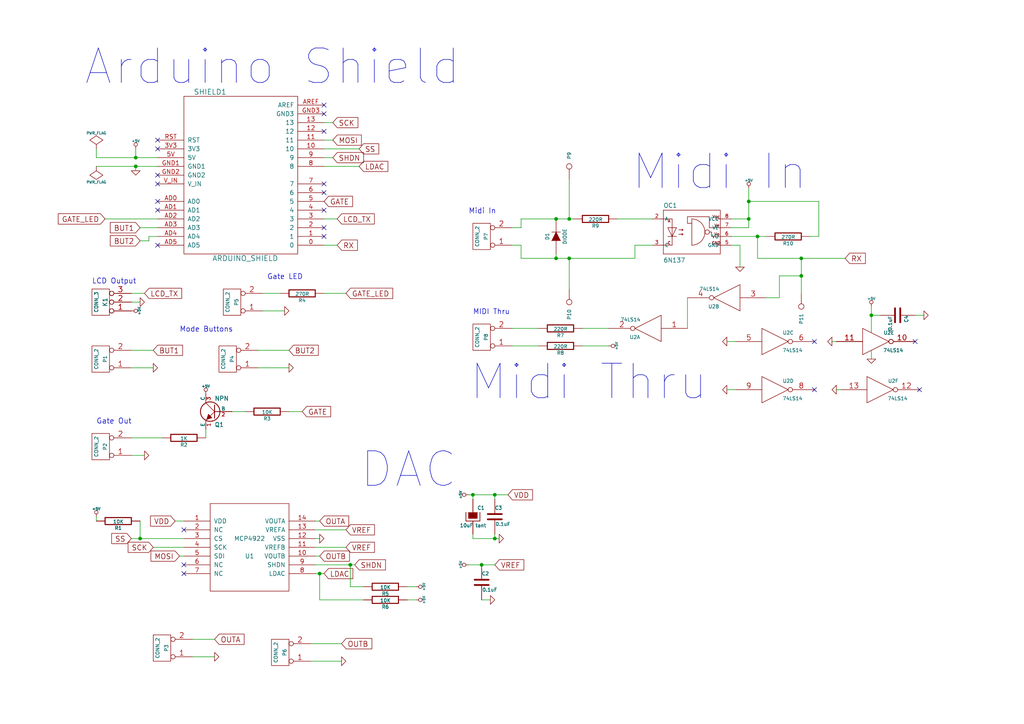
<source format=kicad_sch>
(kicad_sch (version 20230121) (generator eeschema)
  (paper "A4")
  (title_block (title "MidiToCV Arduino Shield") (date "12/5/2015") (rev "1.0") (comment 1 "Quentin McDonald"))
  (lib_symbols
    (symbol "MidiToCVShield-rescue:+5V" (power) (pin_names (offset 1.016))
      (property "Value" "+5V" (at 0 2.286 0))
      (symbol "+5V_0_0"
        (pin power_in line (at 0 0 90) (length 0) hide (name "+5V") (number "1"))
      )
      (symbol "+5V_0_1"
        (polyline (pts (xy 0 0) (xy 0 0.762) (xy 0 0.762) (xy 0 0.762)))
        (circle (center 0 1.27) (radius 0.508))
      )
    )
    (symbol "MidiToCVShield-rescue:6N137" (pin_names (offset 1.016))
      (property "Reference" "OC" (at -9.525 8.255 0))
      (property "Value" "6N137" (at -9.525 -7.62 0))
      (symbol "6N137_1_0"
        (polyline (pts (xy -10.16 -2.54) (xy -6.985 -2.54)))
        (polyline (pts (xy -10.16 5.08) (xy -6.985 5.08)))
        (polyline (pts (xy -9.525 7.62) (xy -9.525 -5.08)))
        (polyline (pts (xy -6.985 -2.54) (xy -6.985 0)))
        (polyline (pts (xy -6.985 0) (xy -8.255 0)))
        (polyline (pts (xy -6.985 0) (xy -8.255 2.54)))
        (polyline (pts (xy -6.985 2.54) (xy -8.255 2.54)))
        (polyline (pts (xy -6.985 2.54) (xy -6.985 0)))
        (polyline (pts (xy -6.985 2.54) (xy -6.985 5.08)))
        (polyline (pts (xy -5.715 0) (xy -6.985 0)))
        (polyline (pts (xy -5.715 2.54) (xy -6.985 0)))
        (polyline (pts (xy -5.715 2.54) (xy -6.985 2.54)))
        (polyline (pts (xy -5.08 0.635) (xy -3.81 0.635)))
        (polyline (pts (xy -5.08 1.905) (xy -3.81 1.905)))
        (polyline (pts (xy -3.81 0.635) (xy -4.191 0.381)))
        (polyline (pts (xy -3.81 0.635) (xy -4.191 0.889)))
        (polyline (pts (xy -3.81 1.905) (xy -4.191 1.651)))
        (polyline (pts (xy -3.81 1.905) (xy -4.191 2.159)))
        (polyline (pts (xy -2.54 3.81) (xy -2.54 5.715)))
        (polyline (pts (xy -2.54 5.715) (xy 3.81 5.715)))
        (polyline (pts (xy -1.27 3.81) (xy -2.54 3.81)))
        (polyline (pts (xy -1.27 3.81) (xy -1.27 -2.54)))
        (polyline (pts (xy -1.27 5.08) (xy -1.27 3.81)))
        (polyline (pts (xy 3.81 1.27) (xy 4.445 1.27)))
        (polyline (pts (xy 3.81 2.54) (xy 7.62 2.54)))
        (polyline (pts (xy 3.81 5.715) (xy 3.81 2.54)))
        (polyline (pts (xy 4.445 0) (xy 5.08 0)))
        (polyline (pts (xy 4.445 1.27) (xy 4.445 0)))
        (polyline (pts (xy 5.207 0) (xy 7.62 0)))
        (polyline (pts (xy 5.842 -2.54) (xy 7.62 -2.54)))
        (polyline (pts (xy 5.842 5.08) (xy 7.62 5.08)))
        (polyline (pts (xy 6.985 -5.08) (xy -9.525 -5.08)))
        (polyline (pts (xy 6.985 7.62) (xy -9.525 7.62)))
        (polyline (pts (xy 6.985 7.62) (xy 6.985 -5.08)))
        (text "A" (at -7.8486 4.4704 0) (effects (font (size 0.8128 0.8128))))
        (text "C" (at -7.8486 -1.8796 0) (effects (font (size 0.8128 0.8128))))
        (text "GND" (at 5.7912 -1.8796 0) (effects (font (size 0.8128 0.8128))))
        (text "Vcc" (at 5.7912 5.7404 0) (effects (font (size 0.8128 0.8128))))
        (text "Ve" (at 6.0198 3.2004 0) (effects (font (size 0.8128 0.8128))))
        (text "Vo" (at 6.0198 0.6604 0) (effects (font (size 0.8128 0.8128))))
      )
      (symbol "6N137_1_1"
        (arc (start -1.27 -2.54) (mid 2.5147 1.27) (end -1.27 5.08))
        (circle (center 3.175 1.27) (radius 0.635))
        (pin passive line (at -12.7 5.08 0) (length 2.54) (name "A") (number "2"))
        (pin passive line (at -12.7 -2.54 0) (length 2.54) (name "C") (number "3"))
        (pin passive line (at 10.16 -2.54 180) (length 2.54) (name "GND") (number "5"))
        (pin passive line (at 10.16 0 180) (length 2.54) (name "VO") (number "6"))
        (pin passive line (at 10.16 2.54 180) (length 2.54) (name "VE") (number "7"))
        (pin passive line (at 10.16 5.08 180) (length 2.54) (name "VCC") (number "8"))
      )
    )
    (symbol "MidiToCVShield-rescue:74LS14" (pin_names (offset 0.762))
      (property "Reference" "U" (at 3.81 2.54 0))
      (property "Value" "74LS14" (at 5.08 -2.54 0))
      (symbol "74LS14_0_0"
        (polyline (pts (xy -3.81 3.81) (xy -3.81 -3.81) (xy 3.81 0) (xy -3.81 3.81)))
        (pin power_in line (at -1.27 2.54 270) (length 0) hide (name "VCC") (number "14"))
        (pin power_in line (at -1.27 -2.54 90) (length 0) hide (name "GND") (number "7"))
      )
      (symbol "74LS14_1_1"
        (pin input line (at -11.43 0 0) (length 7.62) (name "~") (number "1"))
        (pin output inverted (at 11.43 0 180) (length 7.62) (name "~") (number "2"))
      )
      (symbol "74LS14_1_2"
        (pin input inverted (at -11.43 0 0) (length 7.62) (name "~") (number "1"))
        (pin output line (at 11.43 0 180) (length 7.62) (name "~") (number "2"))
      )
      (symbol "74LS14_2_1"
        (pin input line (at -11.43 0 0) (length 7.62) (name "~") (number "3"))
        (pin output inverted (at 11.43 0 180) (length 7.62) (name "~") (number "4"))
      )
      (symbol "74LS14_2_2"
        (pin input inverted (at -11.43 0 0) (length 7.62) (name "~") (number "3"))
        (pin output line (at 11.43 0 180) (length 7.62) (name "~") (number "4"))
      )
      (symbol "74LS14_3_1"
        (pin input line (at -11.43 0 0) (length 7.62) (name "~") (number "5"))
        (pin output inverted (at 11.43 0 180) (length 7.62) (name "~") (number "6"))
      )
      (symbol "74LS14_3_2"
        (pin input inverted (at -11.43 0 0) (length 7.62) (name "~") (number "5"))
        (pin output line (at 11.43 0 180) (length 7.62) (name "~") (number "6"))
      )
      (symbol "74LS14_4_1"
        (pin output inverted (at 11.43 0 180) (length 7.62) (name "~") (number "8"))
        (pin input line (at -11.43 0 0) (length 7.62) (name "~") (number "9"))
      )
      (symbol "74LS14_4_2"
        (pin output line (at 11.43 0 180) (length 7.62) (name "~") (number "8"))
        (pin input inverted (at -11.43 0 0) (length 7.62) (name "~") (number "9"))
      )
      (symbol "74LS14_5_1"
        (pin output inverted (at 11.43 0 180) (length 7.62) (name "~") (number "10"))
        (pin input line (at -11.43 0 0) (length 7.62) (name "~") (number "11"))
      )
      (symbol "74LS14_5_2"
        (pin output line (at 11.43 0 180) (length 7.62) (name "~") (number "10"))
        (pin input inverted (at -11.43 0 0) (length 7.62) (name "~") (number "11"))
      )
      (symbol "74LS14_6_1"
        (pin output inverted (at 11.43 0 180) (length 7.62) (name "~") (number "12"))
        (pin input line (at -11.43 0 0) (length 7.62) (name "~") (number "13"))
      )
      (symbol "74LS14_6_2"
        (pin output line (at 11.43 0 180) (length 7.62) (name "~") (number "12"))
        (pin input inverted (at -11.43 0 0) (length 7.62) (name "~") (number "13"))
      )
    )
    (symbol "MidiToCVShield-rescue:ARDUINO_SHIELD" (pin_names (offset 1.016))
      (property "Reference" "SHIELD" (at -8.89 24.13 0))
      (property "Value" "ARDUINO_SHIELD" (at 1.27 -24.13 0))
      (symbol "ARDUINO_SHIELD_0_1"
        (rectangle (start -16.51 -22.86) (end 16.51 22.86))
      )
      (symbol "ARDUINO_SHIELD_1_1"
        (pin bidirectional line (at 24.13 -20.32 180) (length 7.62) (name "0") (number "0"))
        (pin bidirectional line (at 24.13 -17.78 180) (length 7.62) (name "1") (number "1"))
        (pin bidirectional line (at 24.13 7.62 180) (length 7.62) (name "10") (number "10"))
        (pin bidirectional line (at 24.13 10.16 180) (length 7.62) (name "11") (number "11"))
        (pin bidirectional line (at 24.13 12.7 180) (length 7.62) (name "12") (number "12"))
        (pin bidirectional line (at 24.13 15.24 180) (length 7.62) (name "13") (number "13"))
        (pin bidirectional line (at 24.13 -15.24 180) (length 7.62) (name "2") (number "2"))
        (pin bidirectional line (at 24.13 -12.7 180) (length 7.62) (name "3") (number "3"))
        (pin power_in line (at -24.13 7.62 0) (length 7.62) (name "3V3") (number "3V3"))
        (pin bidirectional line (at 24.13 -10.16 180) (length 7.62) (name "4") (number "4"))
        (pin bidirectional line (at 24.13 -7.62 180) (length 7.62) (name "5") (number "5"))
        (pin power_in line (at -24.13 5.08 0) (length 7.62) (name "5V") (number "5V"))
        (pin bidirectional line (at 24.13 -5.08 180) (length 7.62) (name "6") (number "6"))
        (pin bidirectional line (at 24.13 -2.54 180) (length 7.62) (name "7") (number "7"))
        (pin bidirectional line (at 24.13 2.54 180) (length 7.62) (name "8") (number "8"))
        (pin bidirectional line (at 24.13 5.08 180) (length 7.62) (name "9") (number "9"))
        (pin bidirectional line (at -24.13 -7.62 0) (length 7.62) (name "AD0") (number "AD0"))
        (pin bidirectional line (at -24.13 -10.16 0) (length 7.62) (name "AD1") (number "AD1"))
        (pin bidirectional line (at -24.13 -12.7 0) (length 7.62) (name "AD2") (number "AD2"))
        (pin bidirectional line (at -24.13 -15.24 0) (length 7.62) (name "AD3") (number "AD3"))
        (pin bidirectional line (at -24.13 -17.78 0) (length 7.62) (name "AD4") (number "AD4"))
        (pin bidirectional line (at -24.13 -20.32 0) (length 7.62) (name "AD5") (number "AD5"))
        (pin power_in line (at 24.13 20.32 180) (length 7.62) (name "AREF") (number "AREF"))
        (pin power_in line (at -24.13 2.54 0) (length 7.62) (name "GND1") (number "GND1"))
        (pin power_in line (at -24.13 0 0) (length 7.62) (name "GND2") (number "GND2"))
        (pin power_in line (at 24.13 17.78 180) (length 7.62) (name "GND3") (number "GND3"))
        (pin input line (at -24.13 10.16 0) (length 7.62) (name "RST") (number "RST"))
        (pin power_in line (at -24.13 -2.54 0) (length 7.62) (name "V_IN") (number "V_IN"))
      )
    )
    (symbol "MidiToCVShield-rescue:C" (pin_numbers hide) (pin_names (offset 0.254))
      (property "Reference" "C" (at 0 2.54 0))
      (property "Value" "C" (at 0.1524 -2.159 0))
      (symbol "C_0_1"
        (polyline (pts (xy -2.032 -0.762) (xy 2.032 -0.762)) (stroke (width 0.508)))
        (polyline (pts (xy -2.032 0.762) (xy 2.032 0.762)) (stroke (width 0.508)))
      )
      (symbol "C_1_1"
        (pin passive line (at 0 5.08 270) (length 4.318) (name "~") (number "1"))
        (pin passive line (at 0 -5.08 90) (length 4.318) (name "~") (number "2"))
      )
    )
    (symbol "MidiToCVShield-rescue:CONN_1" (pin_numbers hide) (pin_names (offset 0.762) hide)
      (property "Reference" "P" (at 2.032 0 0))
      (symbol "CONN_1_0_1"
        (polyline (pts (xy -0.762 0) (xy -1.27 0)))
        (circle (center 0 0) (radius 0.7874))
      )
      (symbol "CONN_1_1_1"
        (pin passive line (at -3.81 0 0) (length 2.54) (name "1") (number "1"))
      )
    )
    (symbol "MidiToCVShield-rescue:CONN_2" (pin_names (offset 1.016) hide)
      (property "Reference" "P" (at -1.27 0 90))
      (property "Value" "CONN_2" (at 1.27 0 90))
      (symbol "CONN_2_0_1"
        (rectangle (start -2.54 3.81) (end 2.54 -3.81))
      )
      (symbol "CONN_2_1_1"
        (pin power_out inverted (at -8.89 2.54 0) (length 6.35) (name "VCC") (number "1"))
        (pin power_out inverted (at -8.89 -2.54 0) (length 6.35) (name "GND") (number "2"))
      )
    )
    (symbol "MidiToCVShield-rescue:CONN_3" (pin_names (offset 1.016) hide)
      (property "Reference" "K" (at -1.27 0 90))
      (property "Value" "CONN_3" (at 1.27 0 90))
      (symbol "CONN_3_0_1"
        (rectangle (start -2.54 3.81) (end 2.54 -3.81))
      )
      (symbol "CONN_3_1_1"
        (pin passive inverted (at -8.89 2.54 0) (length 6.35) (name "P1") (number "1"))
        (pin passive inverted (at -8.89 0 0) (length 6.35) (name "PM") (number "2"))
        (pin passive inverted (at -8.89 -2.54 0) (length 6.35) (name "P3") (number "3"))
      )
    )
    (symbol "MidiToCVShield-rescue:CP" (pin_numbers hide) (pin_names (offset 0.254) hide)
      (property "Reference" "C" (at 1.27 2.54 0))
      (property "Value" "CP" (at 1.27 -2.54 0))
      (symbol "CP_0_1"
        (polyline (pts (xy -2.032 1.27) (xy -2.032 -1.27) (xy 2.032 -1.27) (xy 2.032 1.27)) (stroke (width 0.2032)))
        (polyline (pts (xy -1.27 1.27) (xy -1.27 -0.508) (xy 1.27 -0.508) (xy 1.27 1.27)) (fill (type outline)))
      )
      (symbol "CP_1_1"
        (pin passive line (at 0 5.08 270) (length 3.81) (name "~") (number "1"))
        (pin passive line (at 0 -5.08 90) (length 3.81) (name "~") (number "2"))
      )
    )
    (symbol "MidiToCVShield-rescue:DIODE" (pin_numbers hide) (pin_names (offset 1.016) hide)
      (property "Reference" "D" (at 0 2.54 0))
      (property "Value" "DIODE" (at 0 -2.54 0))
      (symbol "DIODE_0_1"
        (polyline (pts (xy 1.27 1.27) (xy 1.27 -1.27)) (stroke (width 0.1524)))
        (polyline (pts (xy -1.27 1.27) (xy 1.27 0) (xy -1.27 -1.27)) (fill (type outline)))
      )
      (symbol "DIODE_1_1"
        (pin passive line (at -5.08 0 0) (length 3.81) (name "A") (number "1"))
        (pin passive line (at 5.08 0 180) (length 3.81) (name "K") (number "2"))
      )
    )
    (symbol "MidiToCVShield-rescue:GND" (power) (pin_names (offset 0))
      (symbol "GND_0_1"
        (polyline (pts (xy -1.27 0) (xy 0 -1.27) (xy 1.27 0) (xy -1.27 0)))
      )
      (symbol "GND_1_1"
        (pin power_in line (at 0 0 90) (length 0) hide (name "GND") (number "1"))
      )
    )
    (symbol "MidiToCVShield-rescue:MCP4922" (pin_names (offset 1.016))
      (property "Reference" "U" (at 0 -2.54 0))
      (property "Value" "MCP4922" (at 0 2.54 0))
      (symbol "MCP4922_1_0"
        (rectangle (start -11.43 -12.7) (end 11.43 12.7))
      )
      (symbol "MCP4922_1_1"
        (pin input line (at -19.05 7.62 0) (length 7.62) (name "VDD") (number "1"))
        (pin output line (at 19.05 -2.54 180) (length 7.62) (name "VOUTB") (number "10"))
        (pin input line (at 19.05 0 180) (length 7.62) (name "VREFB") (number "11"))
        (pin input line (at 19.05 2.54 180) (length 7.62) (name "VSS") (number "12"))
        (pin input line (at 19.05 5.08 180) (length 7.62) (name "VREFA") (number "13"))
        (pin output line (at 19.05 7.62 180) (length 7.62) (name "VOUTA") (number "14"))
        (pin input line (at -19.05 5.08 0) (length 7.62) (name "NC") (number "2"))
        (pin input line (at -19.05 2.54 0) (length 7.62) (name "CS") (number "3"))
        (pin input line (at -19.05 0 0) (length 7.62) (name "SCK") (number "4"))
        (pin input line (at -19.05 -2.54 0) (length 7.62) (name "SDI") (number "5"))
        (pin input line (at -19.05 -5.08 0) (length 7.62) (name "NC") (number "6"))
        (pin input line (at -19.05 -7.62 0) (length 7.62) (name "NC") (number "7"))
        (pin input line (at 19.05 -7.62 180) (length 7.62) (name "LDAC") (number "8"))
        (pin input line (at 19.05 -5.08 180) (length 7.62) (name "SHDN") (number "9"))
      )
    )
    (symbol "MidiToCVShield-rescue:NPN" (pin_names (offset 0))
      (property "Reference" "Q" (at 0 -3.81 0))
      (property "Value" "NPN" (at 0 3.81 0))
      (symbol "NPN_0_1"
        (polyline (pts (xy 0 0) (xy 2.54 2.54)))
        (polyline (pts (xy 0 1.905) (xy 0 -1.905) (xy 0 -1.905)) (stroke (width 0.254)))
        (polyline (pts (xy 1.27 -1.27) (xy 0 0) (xy 0 0)))
        (polyline (pts (xy 2.286 -2.286) (xy 2.54 -2.54) (xy 2.54 -2.54)))
        (polyline (pts (xy 2.286 -2.286) (xy 1.778 -0.762) (xy 0.762 -1.778) (xy 2.286 -2.286) (xy 2.286 -2.286)) (fill (type outline)))
        (circle (center 1.27 0) (radius 2.8194) (stroke (width 0.254)))
      )
      (symbol "NPN_1_1"
        (pin passive line (at 2.54 -5.08 90) (length 2.54) (name "E") (number "1"))
        (pin input line (at -5.08 0 0) (length 5.08) (name "B") (number "2"))
        (pin passive line (at 2.54 5.08 270) (length 2.54) (name "C") (number "3"))
      )
    )
    (symbol "MidiToCVShield-rescue:PWR_FLAG" (power) (pin_numbers hide) (pin_names (offset 0) hide)
      (property "Value" "PWR_FLAG" (at 0 4.572 0))
      (symbol "PWR_FLAG_0_0"
        (pin power_out line (at 0 0 90) (length 0) (name "pwr") (number "1"))
      )
      (symbol "PWR_FLAG_0_1"
        (polyline (pts (xy 0 0) (xy 0 1.27) (xy -1.905 2.54) (xy 0 3.81) (xy 1.905 2.54) (xy 0 1.27)))
      )
    )
    (symbol "MidiToCVShield-rescue:R" (pin_numbers hide) (pin_names (offset 0))
      (property "Reference" "R" (at 2.032 0 90))
      (property "Value" "R" (at 0.1778 0.0254 90))
      (symbol "R_0_1"
        (rectangle (start -1.016 3.81) (end 1.016 -3.81) (stroke (width 0.3048)))
      )
      (symbol "R_1_1"
        (pin passive line (at 0 6.35 270) (length 2.54) (name "~") (number "1"))
        (pin passive line (at 0 -6.35 90) (length 2.54) (name "~") (number "2"))
      )
    )
  )
  (junction (at 161.29 74.93))
  (junction (at 232.41 74.93))
  (junction (at 219.71 68.58))
  (junction (at 217.17 63.5))
  (junction (at 165.1 63.5))
  (junction (at 40.64 156.21))
  (junction (at 137.16 143.51))
  (junction (at 101.6 163.83))
  (junction (at 39.37 48.26))
  (junction (at 92.71 166.37))
  (junction (at 217.17 58.42))
  (junction (at 165.1 74.93))
  (junction (at 252.73 91.44))
  (junction (at 143.51 156.21))
  (junction (at 143.51 143.51))
  (junction (at 139.7 163.83))
  (junction (at 232.41 80.01))
  (junction (at 161.29 63.5))
  (junction (at 39.37 45.72))
  (no_connect (at 45.72 53.34))
  (no_connect (at 45.72 60.96))
  (no_connect (at 93.98 68.58))
  (no_connect (at 93.98 30.48))
  (no_connect (at 93.98 55.88))
  (no_connect (at 266.7 113.03))
  (no_connect (at 93.98 53.34))
  (no_connect (at 93.98 66.04))
  (no_connect (at 93.98 60.96))
  (no_connect (at 382.27 82.55))
  (no_connect (at 93.98 38.1))
  (no_connect (at 236.22 113.03))
  (no_connect (at 236.22 99.06))
  (no_connect (at 45.72 71.12))
  (no_connect (at 53.34 166.37))
  (no_connect (at 45.72 58.42))
  (no_connect (at 45.72 40.64))
  (no_connect (at 53.34 163.83))
  (no_connect (at 45.72 50.8))
  (no_connect (at 53.34 153.67))
  (no_connect (at 45.72 43.18))
  (no_connect (at 93.98 33.02))
  (no_connect (at 265.43 99.06))
  (wire (pts (xy 30.48 63.5) (xy 45.72 63.5)))
  (wire (pts (xy 59.69 127) (xy 59.69 124.46)))
  (wire (pts (xy 165.1 63.5) (xy 165.1 52.07)))
  (wire (pts (xy 27.94 48.26) (xy 39.37 48.26)))
  (wire (pts (xy 45.72 68.58) (xy 43.18 68.58)))
  (wire (pts (xy 93.98 63.5) (xy 97.79 63.5)))
  (wire (pts (xy 92.71 166.37) (xy 93.98 166.37)))
  (wire (pts (xy 226.06 80.01) (xy 226.06 86.36)))
  (wire (pts (xy 91.44 158.75) (xy 100.33 158.75)))
  (wire (pts (xy 161.29 63.5) (xy 165.1 63.5)))
  (wire (pts (xy 92.71 173.99) (xy 105.41 173.99)))
  (wire (pts (xy 91.44 163.83) (xy 101.6 163.83)))
  (wire (pts (xy 148.59 66.04) (xy 151.13 66.04)))
  (wire (pts (xy 252.73 88.9) (xy 252.73 91.44)))
  (wire (pts (xy 67.31 119.38) (xy 71.12 119.38)))
  (wire (pts (xy 148.59 100.33) (xy 156.21 100.33)))
  (wire (pts (xy 165.1 63.5) (xy 166.37 63.5)))
  (wire (pts (xy 137.16 143.51) (xy 143.51 143.51)))
  (wire (pts (xy 137.16 156.21) (xy 143.51 156.21)))
  (wire (pts (xy 226.06 86.36) (xy 222.25 86.36)))
  (wire (pts (xy 237.49 68.58) (xy 237.49 58.42)))
  (wire (pts (xy 76.2 90.17) (xy 82.55 90.17)))
  (wire (pts (xy 137.16 144.78) (xy 137.16 143.51)))
  (wire (pts (xy 199.39 86.36) (xy 199.39 95.25)))
  (wire (pts (xy 90.17 186.69) (xy 99.06 186.69)))
  (wire (pts (xy 161.29 74.93) (xy 165.1 74.93)))
  (wire (pts (xy 91.44 166.37) (xy 92.71 166.37)))
  (wire (pts (xy 40.64 156.21) (xy 53.34 156.21)))
  (wire (pts (xy 161.29 74.93) (xy 161.29 73.66)))
  (wire (pts (xy 43.18 68.58) (xy 43.18 69.85)))
  (wire (pts (xy 55.88 185.42) (xy 62.23 185.42)))
  (wire (pts (xy 168.91 100.33) (xy 176.53 100.33)))
  (wire (pts (xy 213.36 99.06) (xy 210.82 99.06)))
  (wire (pts (xy 100.33 85.09) (xy 93.98 85.09)))
  (wire (pts (xy 232.41 74.93) (xy 245.11 74.93)))
  (wire (pts (xy 38.1 87.63) (xy 40.64 87.63)))
  (wire (pts (xy 219.71 74.93) (xy 232.41 74.93)))
  (wire (pts (xy 53.34 158.75) (xy 44.45 158.75)))
  (wire (pts (xy 232.41 80.01) (xy 232.41 85.09)))
  (wire (pts (xy 93.98 48.26) (xy 104.14 48.26)))
  (wire (pts (xy 189.23 63.5) (xy 179.07 63.5)))
  (wire (pts (xy 96.52 45.72) (xy 93.98 45.72)))
  (wire (pts (xy 92.71 166.37) (xy 92.71 173.99)))
  (wire (pts (xy 118.11 173.99) (xy 120.65 173.99)))
  (wire (pts (xy 39.37 45.72) (xy 39.37 43.18)))
  (wire (pts (xy 92.71 151.13) (xy 91.44 151.13)))
  (wire (pts (xy 39.37 49.53) (xy 39.37 48.26)))
  (wire (pts (xy 38.1 85.09) (xy 41.91 85.09)))
  (wire (pts (xy 101.6 170.18) (xy 105.41 170.18)))
  (wire (pts (xy 252.73 91.44) (xy 255.27 91.44)))
  (wire (pts (xy 143.51 143.51) (xy 147.32 143.51)))
  (wire (pts (xy 38.1 127) (xy 46.99 127)))
  (wire (pts (xy 252.73 101.6) (xy 252.73 104.14)))
  (wire (pts (xy 93.98 43.18) (xy 104.14 43.18)))
  (wire (pts (xy 90.17 191.77) (xy 99.06 191.77)))
  (wire (pts (xy 139.7 163.83) (xy 143.51 163.83)))
  (wire (pts (xy 151.13 66.04) (xy 151.13 63.5)))
  (wire (pts (xy 50.8 151.13) (xy 53.34 151.13)))
  (wire (pts (xy 135.89 163.83) (xy 139.7 163.83)))
  (wire (pts (xy 213.36 113.03) (xy 210.82 113.03)))
  (wire (pts (xy 252.73 91.44) (xy 252.73 96.52)))
  (wire (pts (xy 55.88 190.5) (xy 62.23 190.5)))
  (wire (pts (xy 217.17 63.5) (xy 217.17 66.04)))
  (wire (pts (xy 151.13 63.5) (xy 161.29 63.5)))
  (wire (pts (xy 243.84 113.03) (xy 242.57 113.03)))
  (wire (pts (xy 53.34 161.29) (xy 52.07 161.29)))
  (wire (pts (xy 176.53 95.25) (xy 168.91 95.25)))
  (wire (pts (xy 232.41 80.01) (xy 226.06 80.01)))
  (wire (pts (xy 217.17 54.61) (xy 217.17 58.42)))
  (wire (pts (xy 217.17 66.04) (xy 212.09 66.04)))
  (wire (pts (xy 143.51 156.21) (xy 144.78 156.21)))
  (wire (pts (xy 151.13 71.12) (xy 148.59 71.12)))
  (wire (pts (xy 93.98 35.56) (xy 96.52 35.56)))
  (wire (pts (xy 219.71 68.58) (xy 219.71 74.93)))
  (wire (pts (xy 217.17 58.42) (xy 217.17 63.5)))
  (wire (pts (xy 118.11 170.18) (xy 120.65 170.18)))
  (wire (pts (xy 38.1 106.68) (xy 44.45 106.68)))
  (wire (pts (xy 38.1 156.21) (xy 40.64 156.21)))
  (wire (pts (xy 156.21 95.25) (xy 148.59 95.25)))
  (wire (pts (xy 91.44 156.21) (xy 92.71 156.21)))
  (wire (pts (xy 212.09 71.12) (xy 214.63 71.12)))
  (wire (pts (xy 43.18 69.85) (xy 40.64 69.85)))
  (wire (pts (xy 93.98 71.12) (xy 97.79 71.12)))
  (wire (pts (xy 39.37 48.26) (xy 45.72 48.26)))
  (wire (pts (xy 40.64 156.21) (xy 40.64 151.13)))
  (wire (pts (xy 139.7 173.99) (xy 142.24 173.99)))
  (wire (pts (xy 27.94 45.72) (xy 39.37 45.72)))
  (wire (pts (xy 91.44 161.29) (xy 92.71 161.29)))
  (wire (pts (xy 39.37 45.72) (xy 45.72 45.72)))
  (wire (pts (xy 212.09 68.58) (xy 219.71 68.58)))
  (wire (pts (xy 27.94 45.72) (xy 27.94 43.18)))
  (wire (pts (xy 74.93 106.68) (xy 83.82 106.68)))
  (wire (pts (xy 38.1 101.6) (xy 44.45 101.6)))
  (wire (pts (xy 151.13 74.93) (xy 161.29 74.93)))
  (wire (pts (xy 81.28 85.09) (xy 76.2 85.09)))
  (wire (pts (xy 232.41 74.93) (xy 232.41 80.01)))
  (wire (pts (xy 91.44 153.67) (xy 100.33 153.67)))
  (wire (pts (xy 234.95 68.58) (xy 237.49 68.58)))
  (wire (pts (xy 74.93 101.6) (xy 83.82 101.6)))
  (wire (pts (xy 217.17 63.5) (xy 212.09 63.5)))
  (wire (pts (xy 237.49 58.42) (xy 217.17 58.42)))
  (wire (pts (xy 38.1 132.08) (xy 41.91 132.08)))
  (wire (pts (xy 27.94 151.13) (xy 27.94 149.86)))
  (wire (pts (xy 184.15 74.93) (xy 184.15 71.12)))
  (wire (pts (xy 265.43 91.44) (xy 267.97 91.44)))
  (wire (pts (xy 165.1 74.93) (xy 184.15 74.93)))
  (wire (pts (xy 151.13 74.93) (xy 151.13 71.12)))
  (wire (pts (xy 45.72 66.04) (xy 40.64 66.04)))
  (wire (pts (xy 83.82 119.38) (xy 87.63 119.38)))
  (wire (pts (xy 143.51 154.94) (xy 143.51 156.21)))
  (wire (pts (xy 101.6 170.18) (xy 101.6 163.83)))
  (wire (pts (xy 143.51 144.78) (xy 143.51 143.51)))
  (wire (pts (xy 219.71 68.58) (xy 222.25 68.58)))
  (wire (pts (xy 137.16 154.94) (xy 137.16 156.21)))
  (wire (pts (xy 189.23 71.12) (xy 184.15 71.12)))
  (wire (pts (xy 165.1 74.93) (xy 165.1 83.82)))
  (wire (pts (xy 135.89 143.51) (xy 137.16 143.51)))
  (wire (pts (xy 101.6 163.83) (xy 102.87 163.83)))
  (wire (pts (xy 242.57 99.06) (xy 241.3 99.06)))
  (wire (pts (xy 93.98 40.64) (xy 96.52 40.64)))
  (wire (pts (xy 214.63 71.12) (xy 214.63 77.47)))
  (text "Gate LED" (at 77.47 81.28 0) (effects (font (size 1.4986 1.4986)) (justify left bottom)))
  (text "MIDI Thru" (at 137.16 91.44 0) (effects (font (size 1.4986 1.4986)) (justify left bottom)))
  (text "Gate Out" (at 27.94 123.19 0) (effects (font (size 1.524 1.524)) (justify left bottom)))
  (text "Arduino Shield" (at 24.13 25.4 0) (effects (font (size 10.0076 10.0076)) (justify left bottom)))
  (text "Midi In" (at 182.88 55.88 0) (effects (font (size 10.0076 10.0076)) (justify left bottom)))
  (text "Midi Thru" (at 135.89 116.84 0) (effects (font (size 10.0076 10.0076)) (justify left bottom)))
  (text "Mode Buttons" (at 52.07 96.52 0) (effects (font (size 1.4986 1.4986)) (justify left bottom)))
  (text "DAC" (at 104.14 142.24 0) (effects (font (size 10.0076 10.0076)) (justify left bottom)))
  (text "Midi In" (at 135.89 62.23 0) (effects (font (size 1.524 1.524)) (justify left bottom)))
  (text "LCD Output\n" (at 26.67 82.55 0) (effects (font (size 1.4986 1.4986)) (justify left bottom)))
  (global_label "MOSI" (shape input) (at 96.52 40.64 0) (effects (font (size 1.4986 1.4986))) (property "Intersheetrefs" "${INTERSHEET_REFS}" (effects hide)))
  (global_label "VDD" (shape input) (at 50.8 151.13 180) (effects (font (size 1.4986 1.4986))) (property "Intersheetrefs" "${INTERSHEET_REFS}" (effects hide)))
  (global_label "SHDN" (shape input) (at 96.52 45.72 0) (effects (font (size 1.4986 1.4986))) (property "Intersheetrefs" "${INTERSHEET_REFS}" (effects hide)))
  (global_label "LCD_TX" (shape input) (at 41.91 85.09 0) (effects (font (size 1.4986 1.4986))) (property "Intersheetrefs" "${INTERSHEET_REFS}" (effects hide)))
  (global_label "LCD_TX" (shape input) (at 97.79 63.5 0) (effects (font (size 1.4986 1.4986))) (property "Intersheetrefs" "${INTERSHEET_REFS}" (effects hide)))
  (global_label "OUTB" (shape input) (at 92.71 161.29 0) (effects (font (size 1.4986 1.4986))) (property "Intersheetrefs" "${INTERSHEET_REFS}" (effects hide)))
  (global_label "OUTA" (shape input) (at 62.23 185.42 0) (effects (font (size 1.524 1.524))) (property "Intersheetrefs" "${INTERSHEET_REFS}" (effects hide)))
  (global_label "GATE" (shape input) (at 87.63 119.38 0) (effects (font (size 1.524 1.524))) (property "Intersheetrefs" "${INTERSHEET_REFS}" (effects hide)))
  (global_label "BUT1" (shape input) (at 44.45 101.6 0) (effects (font (size 1.4986 1.4986))) (property "Intersheetrefs" "${INTERSHEET_REFS}" (effects hide)))
  (global_label "BUT2" (shape input) (at 40.64 69.85 180) (effects (font (size 1.524 1.524))) (property "Intersheetrefs" "${INTERSHEET_REFS}" (effects hide)))
  (global_label "RX" (shape input) (at 97.79 71.12 0) (effects (font (size 1.524 1.524))) (property "Intersheetrefs" "${INTERSHEET_REFS}" (effects hide)))
  (global_label "SCK" (shape input) (at 96.52 35.56 0) (effects (font (size 1.4986 1.4986))) (property "Intersheetrefs" "${INTERSHEET_REFS}" (effects hide)))
  (global_label "OUTB" (shape input) (at 99.06 186.69 0) (effects (font (size 1.524 1.524))) (property "Intersheetrefs" "${INTERSHEET_REFS}" (effects hide)))
  (global_label "RX" (shape input) (at 245.11 74.93 0) (effects (font (size 1.524 1.524))) (property "Intersheetrefs" "${INTERSHEET_REFS}" (effects hide)))
  (global_label "MOSI" (shape input) (at 52.07 161.29 180) (effects (font (size 1.4986 1.4986))) (property "Intersheetrefs" "${INTERSHEET_REFS}" (effects hide)))
  (global_label "GATE_LED" (shape input) (at 30.48 63.5 180) (effects (font (size 1.524 1.524))) (property "Intersheetrefs" "${INTERSHEET_REFS}" (effects hide)))
  (global_label "SS" (shape input) (at 104.14 43.18 0) (effects (font (size 1.4986 1.4986))) (property "Intersheetrefs" "${INTERSHEET_REFS}" (effects hide)))
  (global_label "SHDN" (shape input) (at 102.87 163.83 0) (effects (font (size 1.4986 1.4986))) (property "Intersheetrefs" "${INTERSHEET_REFS}" (effects hide)))
  (global_label "GATE_LED" (shape input) (at 100.33 85.09 0) (effects (font (size 1.524 1.524))) (property "Intersheetrefs" "${INTERSHEET_REFS}" (effects hide)))
  (global_label "BUT2" (shape input) (at 83.82 101.6 0) (effects (font (size 1.4986 1.4986))) (property "Intersheetrefs" "${INTERSHEET_REFS}" (effects hide)))
  (global_label "SCK" (shape input) (at 44.45 158.75 180) (effects (font (size 1.4986 1.4986))) (property "Intersheetrefs" "${INTERSHEET_REFS}" (effects hide)))
  (global_label "BUT1" (shape input) (at 40.64 66.04 180) (effects (font (size 1.524 1.524))) (property "Intersheetrefs" "${INTERSHEET_REFS}" (effects hide)))
  (global_label "SS" (shape input) (at 38.1 156.21 180) (effects (font (size 1.4986 1.4986))) (property "Intersheetrefs" "${INTERSHEET_REFS}" (effects hide)))
  (global_label "GATE" (shape input) (at 93.98 58.42 0) (effects (font (size 1.524 1.524))) (property "Intersheetrefs" "${INTERSHEET_REFS}" (effects hide)))
  (global_label "OUTA" (shape input) (at 92.71 151.13 0) (effects (font (size 1.4986 1.4986))) (property "Intersheetrefs" "${INTERSHEET_REFS}" (effects hide)))
  (global_label "VREF" (shape input) (at 100.33 158.75 0) (effects (font (size 1.4986 1.4986))) (property "Intersheetrefs" "${INTERSHEET_REFS}" (effects hide)))
  (global_label "LDAC" (shape input) (at 93.98 166.37 0) (effects (font (size 1.4986 1.4986))) (property "Intersheetrefs" "${INTERSHEET_REFS}" (effects hide)))
  (global_label "VREF" (shape input) (at 100.33 153.67 0) (effects (font (size 1.4986 1.4986))) (property "Intersheetrefs" "${INTERSHEET_REFS}" (effects hide)))
  (global_label "LDAC" (shape input) (at 104.14 48.26 0) (effects (font (size 1.4986 1.4986))) (property "Intersheetrefs" "${INTERSHEET_REFS}" (effects hide)))
  (global_label "VDD" (shape input) (at 147.32 143.51 0) (effects (font (size 1.4986 1.4986))) (property "Intersheetrefs" "${INTERSHEET_REFS}" (effects hide)))
  (global_label "VREF" (shape input) (at 143.51 163.83 0) (effects (font (size 1.524 1.524))) (property "Intersheetrefs" "${INTERSHEET_REFS}" (effects hide)))
  (symbol (lib_id "MidiToCVShield-rescue:MCP4922") (at 72.39 158.75 0) (unit 1)
    (property "Reference" "U1" (at 72.39 161.29 0))
    (property "Value" "MCP4922" (at 72.39 156.21 0))
    (property "Footprint" "MODULE" (effects hide))
    (property "Datasheet" "DOCUMENTATION" (effects hide))
  )
  (symbol (lib_id "MidiToCVShield-rescue:ARDUINO_SHIELD") (at 69.85 50.8 0) (unit 1)
    (property "Reference" "SHIELD1" (at 60.96 26.67 0) (effects (font (size 1.524 1.524))))
    (property "Value" "ARDUINO_SHIELD" (at 71.12 74.93 0) (effects (font (size 1.524 1.524))))
  )
  (symbol (lib_id "MidiToCVShield-rescue:+5V") (at 39.37 43.18 0) (unit 1)
    (property "Reference" "#PWR01" (effects hide))
    (property "Value" "+5V" (at 39.37 40.894 0) (effects (font (size 0.762 0.762))))
  )
  (symbol (lib_id "MidiToCVShield-rescue:GND") (at 39.37 49.53 0) (unit 1)
    (property "Reference" "#PWR02" (effects hide))
    (property "Value" "GND" (effects hide))
  )
  (symbol (lib_id "MidiToCVShield-rescue:PWR_FLAG") (at 27.94 43.18 0) (unit 1)
    (property "Reference" "#FLG03" (effects hide))
    (property "Value" "PWR_FLAG" (at 27.94 38.608 0) (effects (font (size 0.762 0.762))))
  )
  (symbol (lib_id "MidiToCVShield-rescue:6N137") (at 201.93 68.58 0) (unit 1)
    (property "Reference" "OC1" (at 192.405 60.325 0) (effects (justify left bottom)))
    (property "Value" "6N137" (at 192.405 76.2 0) (effects (justify left bottom)))
    (property "Footprint" "optocoupler-DIL08" (effects hide))
  )
  (symbol (lib_id "MidiToCVShield-rescue:R") (at 172.72 63.5 270) (unit 1)
    (property "Reference" "R9" (at 172.72 65.532 90) (effects (font (size 1.016 1.016))))
    (property "Value" "220R" (at 172.7454 63.6778 90) (effects (font (size 1.016 1.016))))
  )
  (symbol (lib_id "MidiToCVShield-rescue:DIODE") (at 161.29 68.58 90) (unit 1)
    (property "Reference" "D1" (at 158.75 68.58 0) (effects (font (size 1.016 1.016))))
    (property "Value" "DIODE" (at 163.83 68.58 0) (effects (font (size 1.016 1.016))))
  )
  (symbol (lib_id "MidiToCVShield-rescue:CONN_2") (at 139.7 68.58 180) (unit 1)
    (property "Reference" "P7" (at 140.97 68.58 90) (effects (font (size 1.016 1.016))))
    (property "Value" "CONN_2" (at 138.43 68.58 90) (effects (font (size 1.016 1.016))))
  )
  (symbol (lib_id "MidiToCVShield-rescue:CONN_1") (at 165.1 48.26 90) (unit 1)
    (property "Reference" "P9" (at 165.1 46.228 0) (effects (font (size 1.016 1.016)) (justify left)))
    (property "Value" "CONN_1" (effects hide))
  )
  (symbol (lib_id "MidiToCVShield-rescue:CONN_1") (at 165.1 87.63 270) (unit 1)
    (property "Reference" "P10" (at 165.1 89.662 0) (effects (font (size 1.016 1.016)) (justify left)))
    (property "Value" "CONN_1" (effects hide))
  )
  (symbol (lib_id "MidiToCVShield-rescue:GND") (at 214.63 77.47 0) (unit 1)
    (property "Reference" "#PWR04" (effects hide))
    (property "Value" "GND" (effects hide))
  )
  (symbol (lib_id "MidiToCVShield-rescue:+5V") (at 217.17 54.61 0) (unit 1)
    (property "Reference" "#PWR05" (effects hide))
    (property "Value" "+5V" (at 217.17 52.324 0) (effects (font (size 0.762 0.762))))
  )
  (symbol (lib_id "MidiToCVShield-rescue:R") (at 228.6 68.58 270) (unit 1)
    (property "Reference" "R10" (at 228.6 70.612 90) (effects (font (size 1.016 1.016))))
    (property "Value" "270R" (at 228.6254 68.7578 90) (effects (font (size 1.016 1.016))))
  )
  (symbol (lib_id "MidiToCVShield-rescue:CONN_1") (at 232.41 88.9 270) (unit 1)
    (property "Reference" "P11" (at 232.41 90.932 0) (effects (font (size 1.016 1.016)) (justify left)))
    (property "Value" "CONN_1" (effects hide))
  )
  (symbol (lib_id "MidiToCVShield-rescue:74LS14") (at 210.82 86.36 180) (unit 2)
    (property "Reference" "U2" (at 207.01 88.9 0) (effects (font (size 1.016 1.016))))
    (property "Value" "74LS14" (at 205.74 83.82 0) (effects (font (size 1.016 1.016))))
  )
  (symbol (lib_id "MidiToCVShield-rescue:74LS14") (at 187.96 95.25 180) (unit 1)
    (property "Reference" "U2" (at 184.15 97.79 0) (effects (font (size 1.016 1.016))))
    (property "Value" "74LS14" (at 182.88 92.71 0) (effects (font (size 1.016 1.016))))
  )
  (symbol (lib_id "MidiToCVShield-rescue:74LS14") (at 224.79 99.06 0) (unit 3)
    (property "Reference" "U2" (at 228.6 96.52 0) (effects (font (size 1.016 1.016))))
    (property "Value" "74LS14" (at 229.87 101.6 0) (effects (font (size 1.016 1.016))))
  )
  (symbol (lib_id "MidiToCVShield-rescue:74LS14") (at 224.79 113.03 0) (unit 4)
    (property "Reference" "U2" (at 228.6 110.49 0) (effects (font (size 1.016 1.016))))
    (property "Value" "74LS14" (at 229.87 115.57 0) (effects (font (size 1.016 1.016))))
  )
  (symbol (lib_id "MidiToCVShield-rescue:74LS14") (at 254 99.06 0) (unit 5)
    (property "Reference" "U2" (at 257.81 96.52 0) (effects (font (size 1.016 1.016))))
    (property "Value" "74LS14" (at 259.08 101.6 0) (effects (font (size 1.016 1.016))))
  )
  (symbol (lib_id "MidiToCVShield-rescue:74LS14") (at 255.27 113.03 0) (unit 6)
    (property "Reference" "U2" (at 259.08 110.49 0) (effects (font (size 1.016 1.016))))
    (property "Value" "74LS14" (at 260.35 115.57 0) (effects (font (size 1.016 1.016))))
  )
  (symbol (lib_id "MidiToCVShield-rescue:CONN_2") (at 139.7 97.79 180) (unit 1)
    (property "Reference" "P8" (at 140.97 97.79 90) (effects (font (size 1.016 1.016))))
    (property "Value" "CONN_2" (at 138.43 97.79 90) (effects (font (size 1.016 1.016))))
  )
  (symbol (lib_id "MidiToCVShield-rescue:R") (at 162.56 95.25 270) (unit 1)
    (property "Reference" "R7" (at 162.56 97.282 90) (effects (font (size 1.016 1.016))))
    (property "Value" "220R" (at 162.5854 95.4278 90) (effects (font (size 1.016 1.016))))
  )
  (symbol (lib_id "MidiToCVShield-rescue:R") (at 162.56 100.33 270) (unit 1)
    (property "Reference" "R8" (at 162.56 102.362 90) (effects (font (size 1.016 1.016))))
    (property "Value" "220R" (at 162.5854 100.5078 90) (effects (font (size 1.016 1.016))))
  )
  (symbol (lib_id "MidiToCVShield-rescue:+5V") (at 176.53 100.33 270) (unit 1)
    (property "Reference" "#PWR06" (effects hide))
    (property "Value" "+5V" (at 178.816 100.33 0) (effects (font (size 0.762 0.762))))
  )
  (symbol (lib_id "MidiToCVShield-rescue:GND") (at 210.82 99.06 270) (unit 1)
    (property "Reference" "#PWR07" (effects hide))
    (property "Value" "GND" (effects hide))
  )
  (symbol (lib_id "MidiToCVShield-rescue:GND") (at 210.82 113.03 270) (unit 1)
    (property "Reference" "#PWR08" (effects hide))
    (property "Value" "GND" (effects hide))
  )
  (symbol (lib_id "MidiToCVShield-rescue:GND") (at 241.3 99.06 270) (unit 1)
    (property "Reference" "#PWR09" (effects hide))
    (property "Value" "GND" (effects hide))
  )
  (symbol (lib_id "MidiToCVShield-rescue:GND") (at 242.57 113.03 270) (unit 1)
    (property "Reference" "#PWR010" (effects hide))
    (property "Value" "GND" (effects hide))
  )
  (symbol (lib_id "MidiToCVShield-rescue:CONN_3") (at 29.21 87.63 180) (unit 1)
    (property "Reference" "K1" (at 30.48 87.63 90))
    (property "Value" "CONN_3" (at 27.94 87.63 90) (effects (font (size 1.016 1.016))))
  )
  (symbol (lib_id "MidiToCVShield-rescue:+5V") (at 38.1 90.17 270) (unit 1)
    (property "Reference" "#PWR011" (effects hide))
    (property "Value" "+5V" (at 40.386 90.17 0) (effects (font (size 0.762 0.762))))
  )
  (symbol (lib_id "MidiToCVShield-rescue:GND") (at 40.64 87.63 90) (unit 1)
    (property "Reference" "#PWR012" (effects hide))
    (property "Value" "GND" (effects hide))
  )
  (symbol (lib_id "MidiToCVShield-rescue:CONN_2") (at 67.31 87.63 180) (unit 1)
    (property "Reference" "P5" (at 68.58 87.63 90) (effects (font (size 1.016 1.016))))
    (property "Value" "CONN_2" (at 66.04 87.63 90) (effects (font (size 1.016 1.016))))
  )
  (symbol (lib_id "MidiToCVShield-rescue:R") (at 87.63 85.09 270) (unit 1)
    (property "Reference" "R4" (at 87.63 87.122 90) (effects (font (size 1.016 1.016))))
    (property "Value" "270R" (at 87.6554 85.2678 90) (effects (font (size 1.016 1.016))))
  )
  (symbol (lib_id "MidiToCVShield-rescue:GND") (at 82.55 90.17 90) (unit 1)
    (property "Reference" "#PWR013" (effects hide))
    (property "Value" "GND" (effects hide))
  )
  (symbol (lib_id "MidiToCVShield-rescue:CONN_2") (at 29.21 104.14 180) (unit 1)
    (property "Reference" "P1" (at 30.48 104.14 90) (effects (font (size 1.016 1.016))))
    (property "Value" "CONN_2" (at 27.94 104.14 90) (effects (font (size 1.016 1.016))))
  )
  (symbol (lib_id "MidiToCVShield-rescue:GND") (at 44.45 106.68 90) (unit 1)
    (property "Reference" "#PWR014" (effects hide))
    (property "Value" "GND" (effects hide))
  )
  (symbol (lib_id "MidiToCVShield-rescue:CONN_2") (at 66.04 104.14 180) (unit 1)
    (property "Reference" "P4" (at 67.31 104.14 90) (effects (font (size 1.016 1.016))))
    (property "Value" "CONN_2" (at 64.77 104.14 90) (effects (font (size 1.016 1.016))))
  )
  (symbol (lib_id "MidiToCVShield-rescue:GND") (at 83.82 106.68 90) (unit 1)
    (property "Reference" "#PWR015" (effects hide))
    (property "Value" "GND" (effects hide))
  )
  (symbol (lib_id "MidiToCVShield-rescue:GND") (at 92.71 156.21 90) (unit 1)
    (property "Reference" "#PWR016" (effects hide))
    (property "Value" "GND" (effects hide))
  )
  (symbol (lib_id "MidiToCVShield-rescue:GND") (at 144.78 156.21 90) (unit 1)
    (property "Reference" "#PWR017" (effects hide))
    (property "Value" "GND" (effects hide))
  )
  (symbol (lib_id "MidiToCVShield-rescue:+5V") (at 135.89 143.51 90) (unit 1)
    (property "Reference" "#PWR018" (effects hide))
    (property "Value" "+5V" (at 133.604 143.51 0) (effects (font (size 0.762 0.762))))
  )
  (symbol (lib_id "MidiToCVShield-rescue:CP") (at 137.16 149.86 0) (unit 1)
    (property "Reference" "C1" (at 138.43 147.32 0) (effects (font (size 1.016 1.016)) (justify left)))
    (property "Value" "10uF tant" (at 133.35 152.4 0) (effects (font (size 1.016 1.016)) (justify left)))
  )
  (symbol (lib_id "MidiToCVShield-rescue:C") (at 143.51 149.86 0) (unit 1)
    (property "Reference" "C3" (at 143.51 147.32 0) (effects (font (size 1.016 1.016)) (justify left)))
    (property "Value" "0.1uF" (at 143.6624 152.019 0) (effects (font (size 1.016 1.016)) (justify left)))
  )
  (symbol (lib_id "MidiToCVShield-rescue:C") (at 139.7 168.91 0) (unit 1)
    (property "Reference" "C2" (at 139.7 166.37 0) (effects (font (size 1.016 1.016)) (justify left)))
    (property "Value" "0.1uF" (at 139.8524 171.069 0) (effects (font (size 1.016 1.016)) (justify left)))
  )
  (symbol (lib_id "MidiToCVShield-rescue:GND") (at 142.24 173.99 90) (unit 1)
    (property "Reference" "#PWR019" (effects hide))
    (property "Value" "GND" (effects hide))
  )
  (symbol (lib_id "MidiToCVShield-rescue:+5V") (at 135.89 163.83 90) (unit 1)
    (property "Reference" "#PWR020" (effects hide))
    (property "Value" "+5V" (at 133.604 163.83 0) (effects (font (size 0.762 0.762))))
  )
  (symbol (lib_id "MidiToCVShield-rescue:CONN_2") (at 46.99 187.96 180) (unit 1)
    (property "Reference" "P3" (at 48.26 187.96 90) (effects (font (size 1.016 1.016))))
    (property "Value" "CONN_2" (at 45.72 187.96 90) (effects (font (size 1.016 1.016))))
  )
  (symbol (lib_id "MidiToCVShield-rescue:GND") (at 62.23 190.5 90) (unit 1)
    (property "Reference" "#PWR023" (effects hide))
    (property "Value" "GND" (effects hide))
  )
  (symbol (lib_id "MidiToCVShield-rescue:CONN_2") (at 81.28 189.23 180) (unit 1)
    (property "Reference" "P6" (at 82.55 189.23 90) (effects (font (size 1.016 1.016))))
    (property "Value" "CONN_2" (at 80.01 189.23 90) (effects (font (size 1.016 1.016))))
  )
  (symbol (lib_id "MidiToCVShield-rescue:R") (at 111.76 170.18 270) (unit 1)
    (property "Reference" "R5" (at 111.76 172.212 90) (effects (font (size 1.016 1.016))))
    (property "Value" "10K" (at 111.7854 170.3578 90) (effects (font (size 1.016 1.016))))
  )
  (symbol (lib_id "MidiToCVShield-rescue:R") (at 111.76 173.99 270) (unit 1)
    (property "Reference" "R6" (at 111.76 176.022 90) (effects (font (size 1.016 1.016))))
    (property "Value" "10K" (at 111.7854 174.1678 90) (effects (font (size 1.016 1.016))))
  )
  (symbol (lib_id "MidiToCVShield-rescue:+5V") (at 120.65 170.18 270) (unit 1)
    (property "Reference" "#PWR021" (effects hide))
    (property "Value" "+5V" (at 122.936 170.18 0) (effects (font (size 0.762 0.762))))
  )
  (symbol (lib_id "MidiToCVShield-rescue:+5V") (at 120.65 173.99 270) (unit 1)
    (property "Reference" "#PWR022" (effects hide))
    (property "Value" "+5V" (at 122.936 173.99 0) (effects (font (size 0.762 0.762))))
  )
  (symbol (lib_id "MidiToCVShield-rescue:GND") (at 99.06 191.77 90) (unit 1)
    (property "Reference" "#PWR024" (effects hide))
    (property "Value" "GND" (effects hide))
  )
  (symbol (lib_id "MidiToCVShield-rescue:CONN_2") (at 29.21 129.54 180) (unit 1)
    (property "Reference" "P2" (at 30.48 129.54 90) (effects (font (size 1.016 1.016))))
    (property "Value" "CONN_2" (at 27.94 129.54 90) (effects (font (size 1.016 1.016))))
  )
  (symbol (lib_id "MidiToCVShield-rescue:R") (at 34.29 151.13 270) (unit 1)
    (property "Reference" "R1" (at 34.29 153.162 90) (effects (font (size 1.016 1.016))))
    (property "Value" "10K" (at 34.3154 151.3078 90) (effects (font (size 1.016 1.016))))
  )
  (symbol (lib_id "MidiToCVShield-rescue:+5V") (at 27.94 149.86 0) (unit 1)
    (property "Reference" "#PWR025" (effects hide))
    (property "Value" "+5V" (at 27.94 147.574 0) (effects (font (size 0.762 0.762))))
  )
  (symbol (lib_id "MidiToCVShield-rescue:R") (at 53.34 127 270) (unit 1)
    (property "Reference" "R2" (at 53.34 129.032 90) (effects (font (size 1.016 1.016))))
    (property "Value" "1K" (at 53.3654 127.1778 90) (effects (font (size 1.016 1.016))))
  )
  (symbol (lib_id "MidiToCVShield-rescue:R") (at 77.47 119.38 270) (unit 1)
    (property "Reference" "R3" (at 77.47 121.412 90) (effects (font (size 1.016 1.016))))
    (property "Value" "10K" (at 77.4954 119.5578 90) (effects (font (size 1.016 1.016))))
  )
  (symbol (lib_id "MidiToCVShield-rescue:+5V") (at 59.69 114.3 0) (unit 1)
    (property "Reference" "#PWR026" (effects hide))
    (property "Value" "+5V" (at 59.69 112.014 0) (effects (font (size 0.762 0.762))))
  )
  (symbol (lib_id "MidiToCVShield-rescue:GND") (at 41.91 132.08 90) (unit 1)
    (property "Reference" "#PWR027" (effects hide))
    (property "Value" "GND" (effects hide))
  )
  (symbol (lib_id "MidiToCVShield-rescue:+5V") (at 252.73 88.9 0) (unit 1)
    (property "Reference" "#PWR028" (effects hide))
    (property "Value" "+5V" (at 252.73 86.614 0) (effects (font (size 0.762 0.762))))
  )
  (symbol (lib_id "MidiToCVShield-rescue:C") (at 260.35 91.44 270) (unit 1)
    (property "Reference" "C4" (at 262.89 91.44 0) (effects (font (size 1.016 1.016)) (justify left)))
    (property "Value" "0.1uF" (at 258.191 91.5924 0) (effects (font (size 1.016 1.016)) (justify left)))
  )
  (symbol (lib_id "MidiToCVShield-rescue:GND") (at 267.97 91.44 90) (unit 1)
    (property "Reference" "#PWR029" (effects hide))
    (property "Value" "GND" (effects hide))
  )
  (symbol (lib_id "MidiToCVShield-rescue:GND") (at 252.73 104.14 0) (unit 1)
    (property "Reference" "#PWR030" (effects hide))
    (property "Value" "GND" (effects hide))
  )
  (symbol (lib_id "MidiToCVShield-rescue:PWR_FLAG") (at 27.94 48.26 180) (unit 1)
    (property "Reference" "#FLG031" (effects hide))
    (property "Value" "PWR_FLAG" (at 27.94 52.832 0) (effects (font (size 0.762 0.762))))
  )
  (symbol (lib_id "MidiToCVShield-rescue:NPN") (at 62.23 119.38 0) (mirror y) (unit 1)
    (property "Reference" "Q1" (at 62.23 123.19 0) (effects (justify right)))
    (property "Value" "NPN" (at 62.23 115.57 0) (effects (justify right)))
  )
)
</source>
